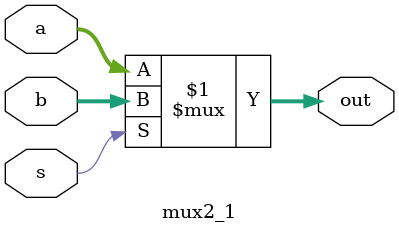
<source format=v>
`timescale 1ns / 1ps

module mux2_1( input [31:0] a , input [31:0] b ,  input s ,  output [31:0] out
    );
	 
	 assign out = (s) ? b : a ; 


endmodule

</source>
